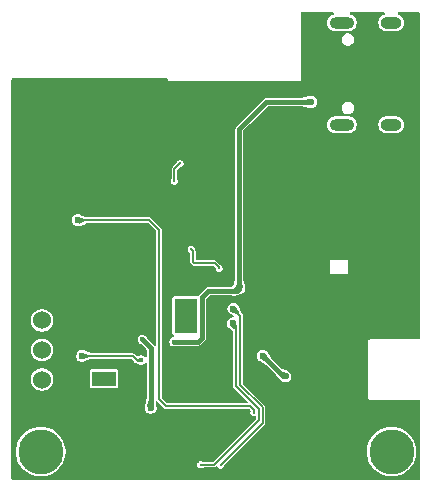
<source format=gbr>
%TF.GenerationSoftware,KiCad,Pcbnew,9.0.0*%
%TF.CreationDate,2025-03-07T19:36:38+09:00*%
%TF.ProjectId,hotdoggu_smolSlimeVR,686f7464-6f67-4677-955f-736d6f6c536c,rev?*%
%TF.SameCoordinates,Original*%
%TF.FileFunction,Copper,L2,Bot*%
%TF.FilePolarity,Positive*%
%FSLAX46Y46*%
G04 Gerber Fmt 4.6, Leading zero omitted, Abs format (unit mm)*
G04 Created by KiCad (PCBNEW 9.0.0) date 2025-03-07 19:36:38*
%MOMM*%
%LPD*%
G01*
G04 APERTURE LIST*
%TA.AperFunction,HeatsinkPad*%
%ADD10O,1.800000X1.000000*%
%TD*%
%TA.AperFunction,HeatsinkPad*%
%ADD11O,2.100000X1.000000*%
%TD*%
%TA.AperFunction,ConnectorPad*%
%ADD12C,3.800000*%
%TD*%
%TA.AperFunction,ComponentPad*%
%ADD13C,2.600000*%
%TD*%
%TA.AperFunction,ComponentPad*%
%ADD14C,1.524000*%
%TD*%
%TA.AperFunction,HeatsinkPad*%
%ADD15C,0.500000*%
%TD*%
%TA.AperFunction,HeatsinkPad*%
%ADD16R,2.000000X1.200000*%
%TD*%
%TA.AperFunction,HeatsinkPad*%
%ADD17R,1.900000X2.900000*%
%TD*%
%TA.AperFunction,ViaPad*%
%ADD18C,0.200000*%
%TD*%
%TA.AperFunction,ViaPad*%
%ADD19C,0.400000*%
%TD*%
%TA.AperFunction,ViaPad*%
%ADD20C,0.600000*%
%TD*%
%TA.AperFunction,Conductor*%
%ADD21C,0.200000*%
%TD*%
%TA.AperFunction,Conductor*%
%ADD22C,0.400000*%
%TD*%
G04 APERTURE END LIST*
D10*
%TO.P,J1,S1,SHIELD*%
%TO.N,GND*%
X180475000Y-65980000D03*
D11*
X176295000Y-65980000D03*
D10*
X180475000Y-74620000D03*
D11*
X176295000Y-74620000D03*
%TD*%
D12*
%TO.P,H1,1*%
%TO.N,N/C*%
X150800000Y-102300000D03*
D13*
X150800000Y-102300000D03*
%TD*%
D14*
%TO.P,SW1,3,C*%
%TO.N,Net-(D6-A)*%
X150900000Y-96200000D03*
%TO.P,SW1,2,B*%
%TO.N,/BAT+*%
X150900000Y-93700000D03*
%TO.P,SW1,1,A*%
%TO.N,unconnected-(SW1-A-Pad1)*%
X150900000Y-91200000D03*
%TD*%
D15*
%TO.P,U2,11,GND*%
%TO.N,GND*%
X156905000Y-95785000D03*
X156155000Y-95785000D03*
X155405000Y-95785000D03*
D16*
X156155000Y-96135000D03*
D15*
X156905000Y-96485000D03*
X156155000Y-96485000D03*
X155405000Y-96485000D03*
%TD*%
%TO.P,U3,9,EPAD*%
%TO.N,GND*%
X163800000Y-92000000D03*
X163800000Y-90800000D03*
X163800000Y-89600000D03*
D17*
X163100000Y-90800000D03*
D15*
X162400000Y-92000000D03*
X162400000Y-90800000D03*
X162400000Y-89600000D03*
%TD*%
D12*
%TO.P,H3,1*%
%TO.N,N/C*%
X180500000Y-102300000D03*
D13*
X180500000Y-102300000D03*
%TD*%
D18*
%TO.N,/USB_D+*%
X162100000Y-79400000D03*
X162600000Y-77900000D03*
%TO.N,+3V3*%
X174300000Y-77300000D03*
%TO.N,Net-(U4-OC)*%
X165900000Y-86775000D03*
X163545724Y-85173622D03*
D19*
%TO.N,/VUSB*%
X162100000Y-93000000D03*
X159400000Y-92800000D03*
%TO.N,Net-(D6-A)*%
X159300000Y-94550000D03*
%TO.N,+3V3*%
X157800000Y-93300000D03*
D18*
%TO.N,Net-(LED3-K)*%
X164350000Y-103412500D03*
%TO.N,Net-(LED2-K)*%
X166031250Y-103431250D03*
%TO.N,+3V3*%
X167150000Y-99012500D03*
%TO.N,Net-(U1-GPIO10)*%
X168850000Y-99000000D03*
D20*
%TO.N,Net-(D5-K)*%
X171525000Y-95925000D03*
X169600000Y-94200000D03*
%TO.N,+3V3*%
X173450000Y-86250000D03*
%TO.N,Net-(U1-GPIO10)*%
X153950000Y-82700000D03*
%TO.N,Net-(LED3-K)*%
X167065000Y-91435000D03*
%TO.N,Net-(LED2-K)*%
X167100000Y-90200000D03*
%TO.N,/VUSB*%
X160100000Y-98600000D03*
X167600000Y-88500000D03*
X173700000Y-72700000D03*
%TO.N,+3V3*%
X174650000Y-88550000D03*
X150100000Y-73600000D03*
X173570000Y-82550000D03*
X178150000Y-87150000D03*
%TO.N,Net-(D6-A)*%
X154300000Y-94200000D03*
%TD*%
D21*
%TO.N,Net-(LED2-K)*%
X169583000Y-99879500D02*
X166050000Y-103412500D01*
X167100000Y-90200000D02*
X167701000Y-90801000D01*
X167701000Y-90801000D02*
X167701000Y-96673276D01*
X167701000Y-96673276D02*
X169583000Y-98555276D01*
X169583000Y-98555276D02*
X169583000Y-99879500D01*
D22*
%TO.N,/VUSB*%
X169900000Y-72700000D02*
X167600000Y-75000000D01*
X173700000Y-72700000D02*
X169900000Y-72700000D01*
X167600000Y-75000000D02*
X167600000Y-88500000D01*
D21*
%TO.N,Net-(U4-OC)*%
X163700000Y-85327898D02*
X163545724Y-85173622D01*
X163700000Y-86227898D02*
X163700000Y-85327898D01*
X163800000Y-86327898D02*
X163700000Y-86227898D01*
X165900000Y-86775000D02*
X165900000Y-86700000D01*
X165900000Y-86700000D02*
X165527898Y-86327898D01*
X165527898Y-86327898D02*
X163800000Y-86327898D01*
D22*
%TO.N,/VUSB*%
X164102000Y-93000000D02*
X162100000Y-93000000D01*
X164451000Y-89249000D02*
X164451000Y-92651000D01*
X165000000Y-88700000D02*
X164451000Y-89249000D01*
X167400000Y-88700000D02*
X165000000Y-88700000D01*
X164451000Y-92651000D02*
X164102000Y-93000000D01*
D21*
%TO.N,Net-(D6-A)*%
X158950000Y-94550000D02*
X159300000Y-94550000D01*
X158600000Y-94200000D02*
X158950000Y-94550000D01*
X154300000Y-94200000D02*
X158600000Y-94200000D01*
D22*
%TO.N,/VUSB*%
X160100000Y-98600000D02*
X160100000Y-93500000D01*
X160100000Y-93500000D02*
X159400000Y-92800000D01*
%TO.N,Net-(D5-K)*%
X171325000Y-95925000D02*
X169600000Y-94200000D01*
X171525000Y-95925000D02*
X171325000Y-95925000D01*
D21*
%TO.N,/USB_D+*%
X162100000Y-78400000D02*
X162100000Y-79400000D01*
X162600000Y-77900000D02*
X162100000Y-78400000D01*
%TO.N,Net-(LED3-K)*%
X169255000Y-99595000D02*
X165437500Y-103412500D01*
X167065000Y-91435000D02*
X167300000Y-91670000D01*
X169255000Y-98691138D02*
X169255000Y-99595000D01*
X167300000Y-91670000D02*
X167300000Y-96736138D01*
X167300000Y-96736138D02*
X169255000Y-98691138D01*
X165437500Y-103412500D02*
X164350000Y-103412500D01*
%TO.N,Net-(U1-GPIO10)*%
X160800000Y-97850000D02*
X161400000Y-98450000D01*
X168850000Y-98750000D02*
X168850000Y-99000000D01*
X160000000Y-82700000D02*
X160800000Y-83500000D01*
X160800000Y-83500000D02*
X160800000Y-97850000D01*
X153950000Y-82700000D02*
X160000000Y-82700000D01*
X168550000Y-98450000D02*
X168850000Y-98750000D01*
X161400000Y-98450000D02*
X168550000Y-98450000D01*
%TD*%
%TA.AperFunction,Conductor*%
%TO.N,+3V3*%
G36*
X175538476Y-65106926D02*
G01*
X175596656Y-65125861D01*
X175632597Y-65175378D01*
X175632568Y-65236563D01*
X175596581Y-65286046D01*
X175557745Y-65303023D01*
X175540677Y-65306418D01*
X175540670Y-65306420D01*
X175413193Y-65359222D01*
X175413182Y-65359228D01*
X175298458Y-65435885D01*
X175200885Y-65533458D01*
X175124228Y-65648182D01*
X175124222Y-65648193D01*
X175071420Y-65775670D01*
X175071420Y-65775672D01*
X175044500Y-65911004D01*
X175044500Y-66048995D01*
X175071420Y-66184327D01*
X175071420Y-66184329D01*
X175124222Y-66311806D01*
X175124228Y-66311817D01*
X175200885Y-66426541D01*
X175298458Y-66524114D01*
X175413182Y-66600771D01*
X175413193Y-66600777D01*
X175460283Y-66620282D01*
X175540672Y-66653580D01*
X175676007Y-66680500D01*
X175676008Y-66680500D01*
X176913992Y-66680500D01*
X176913993Y-66680500D01*
X177049328Y-66653580D01*
X177176811Y-66600775D01*
X177291542Y-66524114D01*
X177389114Y-66426542D01*
X177465775Y-66311811D01*
X177518580Y-66184328D01*
X177545500Y-66048993D01*
X177545500Y-65911007D01*
X177518580Y-65775672D01*
X177465775Y-65648189D01*
X177465774Y-65648187D01*
X177465771Y-65648182D01*
X177389114Y-65533458D01*
X177291541Y-65435885D01*
X177176817Y-65359228D01*
X177176806Y-65359222D01*
X177049329Y-65306420D01*
X177049320Y-65306418D01*
X177035849Y-65303738D01*
X176982465Y-65273841D01*
X176956851Y-65218275D01*
X176968789Y-65158265D01*
X177013720Y-65116734D01*
X177055210Y-65107641D01*
X179858242Y-65108962D01*
X179916422Y-65127897D01*
X179952363Y-65177414D01*
X179952334Y-65238599D01*
X179916347Y-65288082D01*
X179877511Y-65305059D01*
X179870677Y-65306418D01*
X179870670Y-65306420D01*
X179743193Y-65359222D01*
X179743182Y-65359228D01*
X179628458Y-65435885D01*
X179530885Y-65533458D01*
X179454228Y-65648182D01*
X179454222Y-65648193D01*
X179401420Y-65775670D01*
X179401420Y-65775672D01*
X179374500Y-65911004D01*
X179374500Y-66048995D01*
X179401420Y-66184327D01*
X179401420Y-66184329D01*
X179454222Y-66311806D01*
X179454228Y-66311817D01*
X179530885Y-66426541D01*
X179628458Y-66524114D01*
X179743182Y-66600771D01*
X179743193Y-66600777D01*
X179790283Y-66620282D01*
X179870672Y-66653580D01*
X180006007Y-66680500D01*
X180006008Y-66680500D01*
X180943992Y-66680500D01*
X180943993Y-66680500D01*
X181079328Y-66653580D01*
X181206811Y-66600775D01*
X181321542Y-66524114D01*
X181419114Y-66426542D01*
X181495775Y-66311811D01*
X181548580Y-66184328D01*
X181575500Y-66048993D01*
X181575500Y-65911007D01*
X181548580Y-65775672D01*
X181495775Y-65648189D01*
X181495774Y-65648187D01*
X181495771Y-65648182D01*
X181419114Y-65533458D01*
X181321541Y-65435885D01*
X181206817Y-65359228D01*
X181206806Y-65359222D01*
X181079328Y-65306420D01*
X181079318Y-65306418D01*
X181075420Y-65305642D01*
X181022037Y-65275746D01*
X180996421Y-65220181D01*
X181008358Y-65160171D01*
X181053288Y-65118639D01*
X181094781Y-65109545D01*
X182820333Y-65110358D01*
X182878513Y-65129293D01*
X182914454Y-65178810D01*
X182919285Y-65209428D01*
X182899713Y-92700570D01*
X182880764Y-92758748D01*
X182831239Y-92794676D01*
X182800713Y-92799500D01*
X178660117Y-92799500D01*
X178586428Y-92830022D01*
X178530022Y-92886428D01*
X178499500Y-92960117D01*
X178499500Y-97739882D01*
X178530022Y-97813571D01*
X178530023Y-97813572D01*
X178530024Y-97813574D01*
X178586426Y-97869976D01*
X178586427Y-97869976D01*
X178586428Y-97869977D01*
X178660117Y-97900500D01*
X178660118Y-97900500D01*
X182801329Y-97900500D01*
X182859520Y-97919407D01*
X182895484Y-97968907D01*
X182900328Y-97999224D01*
X182917986Y-104364560D01*
X182918668Y-104610225D01*
X182899922Y-104668468D01*
X182850522Y-104704569D01*
X182819668Y-104709500D01*
X148419500Y-104709500D01*
X148361309Y-104690593D01*
X148325345Y-104641093D01*
X148320500Y-104610500D01*
X148320500Y-102162326D01*
X148699500Y-102162326D01*
X148699500Y-102437674D01*
X148735440Y-102710666D01*
X148774253Y-102855521D01*
X148806704Y-102976631D01*
X148912074Y-103231016D01*
X148912077Y-103231021D01*
X149039938Y-103452483D01*
X149049753Y-103469482D01*
X149133501Y-103578625D01*
X149217372Y-103687928D01*
X149412072Y-103882628D01*
X149630521Y-104050249D01*
X149868979Y-104187923D01*
X149868980Y-104187923D01*
X149868983Y-104187925D01*
X150123368Y-104293295D01*
X150389334Y-104364560D01*
X150662326Y-104400500D01*
X150662327Y-104400500D01*
X150937673Y-104400500D01*
X150937674Y-104400500D01*
X151210666Y-104364560D01*
X151476632Y-104293295D01*
X151731021Y-104187923D01*
X151969479Y-104050249D01*
X152187928Y-103882628D01*
X152382628Y-103687928D01*
X152550249Y-103469479D01*
X152687923Y-103231021D01*
X152793295Y-102976632D01*
X152864560Y-102710666D01*
X152900500Y-102437674D01*
X152900500Y-102162326D01*
X152864560Y-101889334D01*
X152793295Y-101623368D01*
X152687923Y-101368979D01*
X152550249Y-101130521D01*
X152382628Y-100912072D01*
X152187928Y-100717372D01*
X151969479Y-100549751D01*
X151731021Y-100412077D01*
X151731016Y-100412074D01*
X151476631Y-100306704D01*
X151355521Y-100274253D01*
X151210666Y-100235440D01*
X151210659Y-100235439D01*
X150937675Y-100199500D01*
X150937674Y-100199500D01*
X150662326Y-100199500D01*
X150662324Y-100199500D01*
X150389340Y-100235439D01*
X150389338Y-100235439D01*
X150389334Y-100235440D01*
X150288805Y-100262376D01*
X150123368Y-100306704D01*
X149868983Y-100412074D01*
X149630517Y-100549753D01*
X149412075Y-100717369D01*
X149217369Y-100912075D01*
X149049753Y-101130517D01*
X148912074Y-101368983D01*
X148806704Y-101623368D01*
X148762376Y-101788805D01*
X148735440Y-101889334D01*
X148699500Y-102162326D01*
X148320500Y-102162326D01*
X148320500Y-96105199D01*
X149937500Y-96105199D01*
X149937500Y-96294800D01*
X149974487Y-96480748D01*
X149974489Y-96480754D01*
X150047043Y-96655914D01*
X150047044Y-96655915D01*
X150152378Y-96813558D01*
X150286442Y-96947622D01*
X150444085Y-97052956D01*
X150619249Y-97125512D01*
X150805202Y-97162500D01*
X150805203Y-97162500D01*
X150994797Y-97162500D01*
X150994798Y-97162500D01*
X151180751Y-97125512D01*
X151355915Y-97052956D01*
X151513558Y-96947622D01*
X151647622Y-96813558D01*
X151752956Y-96655915D01*
X151825512Y-96480751D01*
X151862500Y-96294798D01*
X151862500Y-96105202D01*
X151825512Y-95919249D01*
X151752956Y-95744085D01*
X151647622Y-95586442D01*
X151576433Y-95515253D01*
X154954500Y-95515253D01*
X154954500Y-96754746D01*
X154954501Y-96754758D01*
X154966132Y-96813227D01*
X154966134Y-96813233D01*
X155010445Y-96879548D01*
X155010448Y-96879552D01*
X155076769Y-96923867D01*
X155121231Y-96932711D01*
X155135241Y-96935498D01*
X155135246Y-96935498D01*
X155135252Y-96935500D01*
X155135253Y-96935500D01*
X157174747Y-96935500D01*
X157174748Y-96935500D01*
X157233231Y-96923867D01*
X157299552Y-96879552D01*
X157343867Y-96813231D01*
X157355500Y-96754748D01*
X157355500Y-95515252D01*
X157343867Y-95456769D01*
X157299552Y-95390448D01*
X157299548Y-95390445D01*
X157233233Y-95346134D01*
X157233231Y-95346133D01*
X157233228Y-95346132D01*
X157233227Y-95346132D01*
X157174758Y-95334501D01*
X157174748Y-95334500D01*
X155135252Y-95334500D01*
X155135251Y-95334500D01*
X155135241Y-95334501D01*
X155076772Y-95346132D01*
X155076766Y-95346134D01*
X155010451Y-95390445D01*
X155010445Y-95390451D01*
X154966134Y-95456766D01*
X154966132Y-95456772D01*
X154954501Y-95515241D01*
X154954500Y-95515253D01*
X151576433Y-95515253D01*
X151513558Y-95452378D01*
X151355915Y-95347044D01*
X151355916Y-95347044D01*
X151355914Y-95347043D01*
X151180754Y-95274489D01*
X151180748Y-95274487D01*
X150994800Y-95237500D01*
X150994798Y-95237500D01*
X150805202Y-95237500D01*
X150805199Y-95237500D01*
X150619251Y-95274487D01*
X150619245Y-95274489D01*
X150444085Y-95347043D01*
X150286442Y-95452378D01*
X150286438Y-95452381D01*
X150152381Y-95586438D01*
X150152378Y-95586442D01*
X150047043Y-95744085D01*
X149974489Y-95919245D01*
X149974487Y-95919251D01*
X149937500Y-96105199D01*
X148320500Y-96105199D01*
X148320500Y-93605199D01*
X149937500Y-93605199D01*
X149937500Y-93794800D01*
X149974487Y-93980748D01*
X149974489Y-93980754D01*
X150047043Y-94155914D01*
X150049972Y-94160297D01*
X150152378Y-94313558D01*
X150286442Y-94447622D01*
X150444085Y-94552956D01*
X150619249Y-94625512D01*
X150805202Y-94662500D01*
X150805203Y-94662500D01*
X150994797Y-94662500D01*
X150994798Y-94662500D01*
X151180751Y-94625512D01*
X151355915Y-94552956D01*
X151513558Y-94447622D01*
X151647622Y-94313558D01*
X151752956Y-94155915D01*
X151825512Y-93980751D01*
X151862500Y-93794798D01*
X151862500Y-93605202D01*
X151825512Y-93419249D01*
X151752956Y-93244085D01*
X151647622Y-93086442D01*
X151513558Y-92952378D01*
X151408223Y-92881995D01*
X151355914Y-92847043D01*
X151180754Y-92774489D01*
X151180748Y-92774487D01*
X150994800Y-92737500D01*
X150994798Y-92737500D01*
X150805202Y-92737500D01*
X150805199Y-92737500D01*
X150619251Y-92774487D01*
X150619245Y-92774489D01*
X150444085Y-92847043D01*
X150286442Y-92952378D01*
X150286438Y-92952381D01*
X150152381Y-93086438D01*
X150152378Y-93086442D01*
X150047043Y-93244085D01*
X149974489Y-93419245D01*
X149974487Y-93419251D01*
X149937500Y-93605199D01*
X148320500Y-93605199D01*
X148320500Y-91105199D01*
X149937500Y-91105199D01*
X149937500Y-91294800D01*
X149974487Y-91480748D01*
X149974489Y-91480754D01*
X150047043Y-91655914D01*
X150047044Y-91655915D01*
X150152378Y-91813558D01*
X150286442Y-91947622D01*
X150444085Y-92052956D01*
X150619249Y-92125512D01*
X150805202Y-92162500D01*
X150805203Y-92162500D01*
X150994797Y-92162500D01*
X150994798Y-92162500D01*
X151180751Y-92125512D01*
X151355915Y-92052956D01*
X151513558Y-91947622D01*
X151647622Y-91813558D01*
X151752956Y-91655915D01*
X151825512Y-91480751D01*
X151862500Y-91294798D01*
X151862500Y-91105202D01*
X151825512Y-90919249D01*
X151752956Y-90744085D01*
X151647622Y-90586442D01*
X151513558Y-90452378D01*
X151355915Y-90347044D01*
X151355916Y-90347044D01*
X151355914Y-90347043D01*
X151180754Y-90274489D01*
X151180748Y-90274487D01*
X150994800Y-90237500D01*
X150994798Y-90237500D01*
X150805202Y-90237500D01*
X150805199Y-90237500D01*
X150619251Y-90274487D01*
X150619245Y-90274489D01*
X150444085Y-90347043D01*
X150286442Y-90452378D01*
X150286438Y-90452381D01*
X150152381Y-90586438D01*
X150152378Y-90586442D01*
X150047043Y-90744085D01*
X149974489Y-90919245D01*
X149974487Y-90919251D01*
X149937500Y-91105199D01*
X148320500Y-91105199D01*
X148320500Y-82634108D01*
X153449500Y-82634108D01*
X153449500Y-82765892D01*
X153479579Y-82878151D01*
X153483609Y-82893190D01*
X153549496Y-83007309D01*
X153549498Y-83007311D01*
X153549500Y-83007314D01*
X153642686Y-83100500D01*
X153642688Y-83100501D01*
X153642690Y-83100503D01*
X153756810Y-83166390D01*
X153756808Y-83166390D01*
X153756812Y-83166391D01*
X153756814Y-83166392D01*
X153884108Y-83200500D01*
X153884110Y-83200500D01*
X154015891Y-83200500D01*
X154015892Y-83200500D01*
X154069504Y-83186134D01*
X154091337Y-83182801D01*
X154117927Y-83173160D01*
X154143186Y-83166392D01*
X154146756Y-83164330D01*
X154162514Y-83156992D01*
X154606571Y-82995989D01*
X154646828Y-82976183D01*
X154651113Y-82973457D01*
X154667097Y-82961357D01*
X154683786Y-82948726D01*
X154685655Y-82951196D01*
X154727684Y-82928967D01*
X154744663Y-82927500D01*
X159864759Y-82927500D01*
X159922950Y-82946407D01*
X159934763Y-82956496D01*
X160543504Y-83565237D01*
X160571281Y-83619754D01*
X160572500Y-83635241D01*
X160572500Y-93293920D01*
X160553593Y-93352111D01*
X160504093Y-93388075D01*
X160442907Y-93388075D01*
X160393407Y-93352111D01*
X160387764Y-93343421D01*
X160362066Y-93298912D01*
X160362065Y-93298910D01*
X159815622Y-92752467D01*
X159790000Y-92708088D01*
X159773207Y-92645413D01*
X159767331Y-92635236D01*
X159720481Y-92554089D01*
X159720480Y-92554087D01*
X159645913Y-92479520D01*
X159639693Y-92475929D01*
X159554589Y-92426794D01*
X159554588Y-92426793D01*
X159554587Y-92426793D01*
X159452727Y-92399500D01*
X159347273Y-92399500D01*
X159245413Y-92426793D01*
X159245412Y-92426793D01*
X159245410Y-92426794D01*
X159245409Y-92426794D01*
X159154089Y-92479518D01*
X159079518Y-92554089D01*
X159026794Y-92645409D01*
X159026794Y-92645410D01*
X159026793Y-92645412D01*
X159026793Y-92645413D01*
X158999500Y-92747273D01*
X158999500Y-92852727D01*
X159026202Y-92952381D01*
X159026794Y-92954589D01*
X159026794Y-92954590D01*
X159079518Y-93045910D01*
X159079520Y-93045913D01*
X159154087Y-93120480D01*
X159239865Y-93170004D01*
X159245410Y-93173205D01*
X159245413Y-93173207D01*
X159308088Y-93190000D01*
X159352467Y-93215622D01*
X159743504Y-93606659D01*
X159771281Y-93661176D01*
X159772500Y-93676663D01*
X159772500Y-94217100D01*
X159753593Y-94275291D01*
X159704093Y-94311255D01*
X159642907Y-94311255D01*
X159603498Y-94287105D01*
X159545913Y-94229520D01*
X159454587Y-94176793D01*
X159352727Y-94149500D01*
X159247273Y-94149500D01*
X159230865Y-94153896D01*
X159213215Y-94158625D01*
X159200572Y-94161143D01*
X159182218Y-94163569D01*
X159018971Y-94219085D01*
X158957791Y-94219919D01*
X158917094Y-94195360D01*
X158728871Y-94007138D01*
X158728868Y-94007135D01*
X158645253Y-93972500D01*
X158645252Y-93972500D01*
X155093116Y-93972500D01*
X155034925Y-93953593D01*
X155026331Y-93946581D01*
X155025158Y-93945509D01*
X154956571Y-93904010D01*
X154956569Y-93904009D01*
X154512516Y-93743007D01*
X154504314Y-93740033D01*
X154493186Y-93733608D01*
X154467928Y-93726840D01*
X154463910Y-93725383D01*
X154441324Y-93717193D01*
X154426934Y-93712567D01*
X154425266Y-93712098D01*
X154421588Y-93711101D01*
X154421579Y-93711099D01*
X154418998Y-93711019D01*
X154396475Y-93707694D01*
X154365894Y-93699500D01*
X154365892Y-93699500D01*
X154234108Y-93699500D01*
X154168065Y-93717196D01*
X154106809Y-93733609D01*
X153992690Y-93799496D01*
X153899496Y-93892690D01*
X153833609Y-94006809D01*
X153833608Y-94006814D01*
X153799500Y-94134108D01*
X153799500Y-94265892D01*
X153829579Y-94378151D01*
X153833609Y-94393190D01*
X153899496Y-94507309D01*
X153899498Y-94507311D01*
X153899500Y-94507314D01*
X153992686Y-94600500D01*
X153992688Y-94600501D01*
X153992690Y-94600503D01*
X154106810Y-94666390D01*
X154106808Y-94666390D01*
X154106812Y-94666391D01*
X154106814Y-94666392D01*
X154234108Y-94700500D01*
X154234110Y-94700500D01*
X154365891Y-94700500D01*
X154365892Y-94700500D01*
X154419504Y-94686134D01*
X154441337Y-94682801D01*
X154467927Y-94673160D01*
X154493186Y-94666392D01*
X154496756Y-94664330D01*
X154512514Y-94656992D01*
X154956571Y-94495989D01*
X154996828Y-94476183D01*
X155001113Y-94473457D01*
X155017097Y-94461357D01*
X155033786Y-94448726D01*
X155035655Y-94451196D01*
X155077684Y-94428967D01*
X155094663Y-94427500D01*
X158464760Y-94427500D01*
X158472357Y-94429968D01*
X158480247Y-94428719D01*
X158500902Y-94439243D01*
X158522951Y-94446407D01*
X158534755Y-94456488D01*
X158625194Y-94546927D01*
X158652282Y-94597600D01*
X158662312Y-94647993D01*
X158665035Y-94661671D01*
X158715854Y-94737703D01*
X158715855Y-94737703D01*
X158715857Y-94737706D01*
X158722365Y-94743857D01*
X158790265Y-94786507D01*
X159139309Y-94919682D01*
X159145413Y-94923207D01*
X159155934Y-94926026D01*
X159174836Y-94933238D01*
X159190745Y-94938575D01*
X159192586Y-94939110D01*
X159197788Y-94940548D01*
X159200399Y-94940632D01*
X159222843Y-94943954D01*
X159247273Y-94950500D01*
X159247274Y-94950500D01*
X159352725Y-94950500D01*
X159352727Y-94950500D01*
X159454587Y-94923207D01*
X159545913Y-94870480D01*
X159603498Y-94812894D01*
X159658013Y-94785119D01*
X159718445Y-94794690D01*
X159761710Y-94837955D01*
X159772500Y-94882900D01*
X159772500Y-97813932D01*
X159753593Y-97872123D01*
X159743096Y-97884341D01*
X159729742Y-97897539D01*
X159724933Y-97905095D01*
X159695907Y-97979830D01*
X159695906Y-97979834D01*
X159605348Y-98494636D01*
X159605393Y-98497473D01*
X159602033Y-98524652D01*
X159599500Y-98534108D01*
X159599500Y-98665892D01*
X159610380Y-98706496D01*
X159633609Y-98793190D01*
X159699496Y-98907309D01*
X159699498Y-98907311D01*
X159699500Y-98907314D01*
X159792686Y-99000500D01*
X159792688Y-99000501D01*
X159792690Y-99000503D01*
X159906810Y-99066390D01*
X159906808Y-99066390D01*
X159906812Y-99066391D01*
X159906814Y-99066392D01*
X160034108Y-99100500D01*
X160034110Y-99100500D01*
X160165890Y-99100500D01*
X160165892Y-99100500D01*
X160293186Y-99066392D01*
X160293188Y-99066390D01*
X160293190Y-99066390D01*
X160407309Y-99000503D01*
X160407309Y-99000502D01*
X160407314Y-99000500D01*
X160500500Y-98907314D01*
X160547165Y-98826488D01*
X160566390Y-98793190D01*
X160566390Y-98793188D01*
X160566392Y-98793186D01*
X160600500Y-98665892D01*
X160600500Y-98534108D01*
X160597953Y-98524604D01*
X160594604Y-98496765D01*
X160594652Y-98494637D01*
X160536252Y-98162644D01*
X160544792Y-98102060D01*
X160587313Y-98058064D01*
X160647573Y-98047464D01*
X160702555Y-98074308D01*
X160703701Y-98075434D01*
X161207135Y-98578868D01*
X161207134Y-98578868D01*
X161271128Y-98642861D01*
X161271132Y-98642865D01*
X161354747Y-98677500D01*
X168414759Y-98677500D01*
X168422356Y-98679968D01*
X168430246Y-98678719D01*
X168450901Y-98689243D01*
X168472950Y-98696407D01*
X168484763Y-98706496D01*
X168550238Y-98771971D01*
X168578015Y-98826488D01*
X168571699Y-98879859D01*
X168569977Y-98884014D01*
X168549500Y-98960435D01*
X168549500Y-99039564D01*
X168569978Y-99115988D01*
X168569980Y-99115992D01*
X168609538Y-99184508D01*
X168609540Y-99184511D01*
X168665489Y-99240460D01*
X168665491Y-99240461D01*
X168734007Y-99280019D01*
X168734011Y-99280021D01*
X168810435Y-99300499D01*
X168810437Y-99300500D01*
X168810438Y-99300500D01*
X168889562Y-99300500D01*
X168902873Y-99296933D01*
X168930950Y-99298403D01*
X168959093Y-99298403D01*
X168961278Y-99299990D01*
X168963974Y-99300132D01*
X168985827Y-99317826D01*
X169008593Y-99334367D01*
X169009427Y-99336936D01*
X169011526Y-99338635D01*
X169027500Y-99392558D01*
X169027500Y-99459759D01*
X169008593Y-99517950D01*
X168998504Y-99529763D01*
X165372263Y-103156004D01*
X165317746Y-103183781D01*
X165302259Y-103185000D01*
X164583485Y-103185000D01*
X164533985Y-103171736D01*
X164465992Y-103132480D01*
X164465988Y-103132478D01*
X164389564Y-103112000D01*
X164389562Y-103112000D01*
X164310438Y-103112000D01*
X164310435Y-103112000D01*
X164234011Y-103132478D01*
X164234007Y-103132480D01*
X164165491Y-103172038D01*
X164109538Y-103227991D01*
X164069980Y-103296507D01*
X164069978Y-103296511D01*
X164049500Y-103372935D01*
X164049500Y-103452064D01*
X164069978Y-103528488D01*
X164069980Y-103528492D01*
X164109538Y-103597008D01*
X164109540Y-103597011D01*
X164165489Y-103652960D01*
X164165491Y-103652961D01*
X164234007Y-103692519D01*
X164234011Y-103692521D01*
X164310435Y-103712999D01*
X164310437Y-103713000D01*
X164310438Y-103713000D01*
X164389563Y-103713000D01*
X164389563Y-103712999D01*
X164465989Y-103692521D01*
X164502035Y-103671710D01*
X164533985Y-103653264D01*
X164583485Y-103640000D01*
X165482752Y-103640000D01*
X165482753Y-103640000D01*
X165566368Y-103605365D01*
X165613611Y-103558121D01*
X165668125Y-103530345D01*
X165728557Y-103539916D01*
X165769349Y-103578625D01*
X165784786Y-103605362D01*
X165790790Y-103615761D01*
X165846739Y-103671710D01*
X165846741Y-103671711D01*
X165915257Y-103711269D01*
X165915261Y-103711271D01*
X165991685Y-103731749D01*
X165991687Y-103731750D01*
X165991688Y-103731750D01*
X166070813Y-103731750D01*
X166070813Y-103731749D01*
X166147239Y-103711271D01*
X166215761Y-103671710D01*
X166271710Y-103615761D01*
X166311271Y-103547239D01*
X166331593Y-103471394D01*
X166357213Y-103427019D01*
X167621907Y-102162326D01*
X178399500Y-102162326D01*
X178399500Y-102437674D01*
X178435440Y-102710666D01*
X178474253Y-102855521D01*
X178506704Y-102976631D01*
X178612074Y-103231016D01*
X178612077Y-103231021D01*
X178739938Y-103452483D01*
X178749753Y-103469482D01*
X178833501Y-103578625D01*
X178917372Y-103687928D01*
X179112072Y-103882628D01*
X179330521Y-104050249D01*
X179568979Y-104187923D01*
X179568980Y-104187923D01*
X179568983Y-104187925D01*
X179823368Y-104293295D01*
X180089334Y-104364560D01*
X180362326Y-104400500D01*
X180362327Y-104400500D01*
X180637673Y-104400500D01*
X180637674Y-104400500D01*
X180910666Y-104364560D01*
X181176632Y-104293295D01*
X181431021Y-104187923D01*
X181669479Y-104050249D01*
X181887928Y-103882628D01*
X182082628Y-103687928D01*
X182250249Y-103469479D01*
X182387923Y-103231021D01*
X182493295Y-102976632D01*
X182564560Y-102710666D01*
X182600500Y-102437674D01*
X182600500Y-102162326D01*
X182564560Y-101889334D01*
X182493295Y-101623368D01*
X182387923Y-101368979D01*
X182250249Y-101130521D01*
X182082628Y-100912072D01*
X181887928Y-100717372D01*
X181669479Y-100549751D01*
X181431021Y-100412077D01*
X181431016Y-100412074D01*
X181176631Y-100306704D01*
X181055521Y-100274253D01*
X180910666Y-100235440D01*
X180910659Y-100235439D01*
X180637675Y-100199500D01*
X180637674Y-100199500D01*
X180362326Y-100199500D01*
X180362324Y-100199500D01*
X180089340Y-100235439D01*
X180089338Y-100235439D01*
X180089334Y-100235440D01*
X179988805Y-100262376D01*
X179823368Y-100306704D01*
X179568983Y-100412074D01*
X179330517Y-100549753D01*
X179112075Y-100717369D01*
X178917369Y-100912075D01*
X178749753Y-101130517D01*
X178612074Y-101368983D01*
X178506704Y-101623368D01*
X178462376Y-101788805D01*
X178435440Y-101889334D01*
X178399500Y-102162326D01*
X167621907Y-102162326D01*
X169775866Y-100008368D01*
X169783712Y-99989425D01*
X169810500Y-99924754D01*
X169810500Y-98510022D01*
X169804128Y-98494640D01*
X169804127Y-98494637D01*
X169775866Y-98426408D01*
X167957496Y-96608038D01*
X167929719Y-96553521D01*
X167928500Y-96538034D01*
X167928500Y-94134108D01*
X169099500Y-94134108D01*
X169099500Y-94265892D01*
X169129579Y-94378151D01*
X169133609Y-94393190D01*
X169199496Y-94507309D01*
X169199498Y-94507311D01*
X169199500Y-94507314D01*
X169292686Y-94600500D01*
X169301205Y-94605418D01*
X169323248Y-94622725D01*
X169324730Y-94624274D01*
X169378091Y-94661670D01*
X169752784Y-94924260D01*
X169752790Y-94924263D01*
X169808876Y-94951944D01*
X169808877Y-94951944D01*
X169808880Y-94951946D01*
X169815595Y-94954065D01*
X169865919Y-94963268D01*
X169874443Y-94964827D01*
X169873873Y-94967939D01*
X169917748Y-94982495D01*
X169929068Y-94992223D01*
X170660376Y-95723531D01*
X170686430Y-95769580D01*
X170709874Y-95863591D01*
X170709876Y-95863597D01*
X170713916Y-95871576D01*
X170713917Y-95871577D01*
X170713919Y-95871580D01*
X170713921Y-95871583D01*
X170763417Y-95934681D01*
X171210929Y-96318743D01*
X171217686Y-96325500D01*
X171222517Y-96328289D01*
X171223895Y-96329403D01*
X171224983Y-96330231D01*
X171225322Y-96330489D01*
X171225796Y-96330703D01*
X171225870Y-96330763D01*
X171234209Y-96335039D01*
X171331814Y-96391392D01*
X171459108Y-96425500D01*
X171459110Y-96425500D01*
X171590890Y-96425500D01*
X171590892Y-96425500D01*
X171718186Y-96391392D01*
X171718188Y-96391390D01*
X171718190Y-96391390D01*
X171832309Y-96325503D01*
X171832309Y-96325502D01*
X171832314Y-96325500D01*
X171925500Y-96232314D01*
X171991392Y-96118186D01*
X172025500Y-95990892D01*
X172025500Y-95859108D01*
X171991392Y-95731814D01*
X171991390Y-95731811D01*
X171991390Y-95731809D01*
X171925503Y-95617690D01*
X171925501Y-95617688D01*
X171925500Y-95617686D01*
X171832314Y-95524500D01*
X171832311Y-95524498D01*
X171832309Y-95524496D01*
X171718189Y-95458609D01*
X171718185Y-95458607D01*
X171668938Y-95445411D01*
X171644531Y-95435213D01*
X171641195Y-95433259D01*
X171244700Y-95295888D01*
X171211545Y-95287419D01*
X171211529Y-95287415D01*
X171211526Y-95287415D01*
X171211519Y-95287413D01*
X171211510Y-95287412D01*
X171207703Y-95286771D01*
X171207696Y-95286770D01*
X171178245Y-95283476D01*
X171178587Y-95280415D01*
X171132336Y-95266795D01*
X171118276Y-95255121D01*
X170387409Y-94524254D01*
X170359632Y-94469737D01*
X170358415Y-94453672D01*
X170358524Y-94434903D01*
X170358523Y-94434902D01*
X170358524Y-94434899D01*
X170356582Y-94426157D01*
X170324260Y-94352784D01*
X170191656Y-94163570D01*
X170024275Y-93924731D01*
X170024273Y-93924729D01*
X170022239Y-93922759D01*
X170005391Y-93901158D01*
X170000500Y-93892686D01*
X169907314Y-93799500D01*
X169907311Y-93799498D01*
X169907309Y-93799496D01*
X169793189Y-93733609D01*
X169793191Y-93733609D01*
X169731935Y-93717196D01*
X169665892Y-93699500D01*
X169534108Y-93699500D01*
X169468065Y-93717196D01*
X169406809Y-93733609D01*
X169292690Y-93799496D01*
X169199496Y-93892690D01*
X169133609Y-94006809D01*
X169133608Y-94006814D01*
X169099500Y-94134108D01*
X167928500Y-94134108D01*
X167928500Y-90755747D01*
X167923669Y-90744085D01*
X167893865Y-90672132D01*
X167863065Y-90641332D01*
X167829868Y-90608134D01*
X167829868Y-90608135D01*
X167821681Y-90599948D01*
X167793904Y-90545431D01*
X167792784Y-90534368D01*
X167792716Y-90532844D01*
X167773561Y-90454969D01*
X167685109Y-90265892D01*
X167573414Y-90027128D01*
X167573414Y-90027127D01*
X167569717Y-90019225D01*
X167566392Y-90006814D01*
X167553314Y-89984163D01*
X167541332Y-89958549D01*
X167534321Y-89944911D01*
X167533472Y-89943401D01*
X167531693Y-89940300D01*
X167529924Y-89938416D01*
X167516351Y-89920141D01*
X167500501Y-89892688D01*
X167500500Y-89892686D01*
X167407314Y-89799500D01*
X167407311Y-89799498D01*
X167407309Y-89799496D01*
X167293189Y-89733609D01*
X167293191Y-89733609D01*
X167243799Y-89720375D01*
X167165892Y-89699500D01*
X167034108Y-89699500D01*
X166956200Y-89720375D01*
X166906809Y-89733609D01*
X166792690Y-89799496D01*
X166699496Y-89892690D01*
X166633609Y-90006809D01*
X166628165Y-90027127D01*
X166599500Y-90134108D01*
X166599500Y-90265892D01*
X166629579Y-90378151D01*
X166633609Y-90393190D01*
X166699496Y-90507309D01*
X166699498Y-90507311D01*
X166699500Y-90507314D01*
X166792686Y-90600500D01*
X166808646Y-90609714D01*
X166836038Y-90625530D01*
X166840775Y-90628265D01*
X166858549Y-90641332D01*
X166884162Y-90653314D01*
X166898541Y-90661615D01*
X166906810Y-90666390D01*
X166906814Y-90666392D01*
X166910807Y-90667461D01*
X166927125Y-90673411D01*
X167078198Y-90744085D01*
X167081922Y-90745827D01*
X167126619Y-90787611D01*
X167138219Y-90847686D01*
X167112293Y-90903107D01*
X167058742Y-90932704D01*
X167039972Y-90934500D01*
X166999108Y-90934500D01*
X166921200Y-90955375D01*
X166871809Y-90968609D01*
X166757690Y-91034496D01*
X166664496Y-91127690D01*
X166598609Y-91241809D01*
X166579539Y-91312978D01*
X166564500Y-91369108D01*
X166564500Y-91500892D01*
X166594579Y-91613151D01*
X166598609Y-91628190D01*
X166664496Y-91742309D01*
X166664498Y-91742311D01*
X166664500Y-91742314D01*
X166757686Y-91835500D01*
X166757688Y-91835501D01*
X166757692Y-91835505D01*
X166762832Y-91839449D01*
X166762656Y-91839677D01*
X166772316Y-91847087D01*
X166772424Y-91846956D01*
X166776184Y-91850040D01*
X167036286Y-92063396D01*
X167069286Y-92114918D01*
X167072500Y-92139938D01*
X167072500Y-96690885D01*
X167072500Y-96781391D01*
X167107135Y-96865006D01*
X168026891Y-97784763D01*
X168295624Y-98053496D01*
X168323401Y-98108013D01*
X168313830Y-98168445D01*
X168270565Y-98211710D01*
X168225620Y-98222500D01*
X161535241Y-98222500D01*
X161477050Y-98203593D01*
X161465237Y-98193504D01*
X161056496Y-97784763D01*
X161028719Y-97730246D01*
X161027500Y-97714759D01*
X161027500Y-92947273D01*
X161699500Y-92947273D01*
X161699500Y-93052727D01*
X161726793Y-93154587D01*
X161726794Y-93154589D01*
X161726794Y-93154590D01*
X161779518Y-93245910D01*
X161779520Y-93245913D01*
X161854087Y-93320480D01*
X161945413Y-93373207D01*
X162047273Y-93400500D01*
X162047275Y-93400500D01*
X162152725Y-93400500D01*
X162152727Y-93400500D01*
X162254587Y-93373207D01*
X162310782Y-93340762D01*
X162360281Y-93327500D01*
X164145117Y-93327500D01*
X164145117Y-93327499D01*
X164228406Y-93305182D01*
X164228407Y-93305182D01*
X164228407Y-93305181D01*
X164228410Y-93305181D01*
X164303090Y-93262065D01*
X164713065Y-92852090D01*
X164756181Y-92777410D01*
X164778500Y-92694116D01*
X164778500Y-92607884D01*
X164778500Y-89425663D01*
X164797407Y-89367472D01*
X164807496Y-89355659D01*
X165106659Y-89056496D01*
X165161176Y-89028719D01*
X165176663Y-89027500D01*
X166891538Y-89027500D01*
X166949729Y-89046407D01*
X166961296Y-89056718D01*
X166963030Y-89057986D01*
X166963032Y-89057986D01*
X166963033Y-89057988D01*
X167045968Y-89096538D01*
X167054725Y-89098411D01*
X167131547Y-89099512D01*
X167134901Y-89099561D01*
X167134901Y-89099560D01*
X167134904Y-89099561D01*
X167684216Y-88998458D01*
X167699698Y-88992202D01*
X167711139Y-88988375D01*
X167793186Y-88966392D01*
X167907314Y-88900500D01*
X168000500Y-88807314D01*
X168066392Y-88693186D01*
X168100500Y-88565892D01*
X168100500Y-88434108D01*
X168097953Y-88424604D01*
X168094604Y-88396765D01*
X168094652Y-88394637D01*
X168004095Y-87879835D01*
X167984000Y-87820581D01*
X167980750Y-87814335D01*
X167951684Y-87772260D01*
X167951683Y-87772259D01*
X167946760Y-87765132D01*
X167949358Y-87763337D01*
X167928622Y-87721990D01*
X167927500Y-87707127D01*
X167927500Y-87250000D01*
X175250000Y-87250000D01*
X175250001Y-87250000D01*
X176849999Y-87250000D01*
X176850000Y-87250000D01*
X176850000Y-86050000D01*
X175250000Y-86050000D01*
X175250000Y-87250000D01*
X167927500Y-87250000D01*
X167927500Y-75176663D01*
X167946407Y-75118472D01*
X167956496Y-75106659D01*
X168512151Y-74551004D01*
X175044500Y-74551004D01*
X175044500Y-74688995D01*
X175071420Y-74824327D01*
X175071420Y-74824329D01*
X175124222Y-74951806D01*
X175124228Y-74951817D01*
X175200885Y-75066541D01*
X175298458Y-75164114D01*
X175413182Y-75240771D01*
X175413193Y-75240777D01*
X175460283Y-75260282D01*
X175540672Y-75293580D01*
X175676007Y-75320500D01*
X175676008Y-75320500D01*
X176913992Y-75320500D01*
X176913993Y-75320500D01*
X177049328Y-75293580D01*
X177176811Y-75240775D01*
X177291542Y-75164114D01*
X177389114Y-75066542D01*
X177465775Y-74951811D01*
X177518580Y-74824328D01*
X177545500Y-74688993D01*
X177545500Y-74551007D01*
X177545499Y-74551004D01*
X179374500Y-74551004D01*
X179374500Y-74688995D01*
X179401420Y-74824327D01*
X179401420Y-74824329D01*
X179454222Y-74951806D01*
X179454228Y-74951817D01*
X179530885Y-75066541D01*
X179628458Y-75164114D01*
X179743182Y-75240771D01*
X179743193Y-75240777D01*
X179790283Y-75260282D01*
X179870672Y-75293580D01*
X180006007Y-75320500D01*
X180006008Y-75320500D01*
X180943992Y-75320500D01*
X180943993Y-75320500D01*
X181079328Y-75293580D01*
X181206811Y-75240775D01*
X181321542Y-75164114D01*
X181419114Y-75066542D01*
X181495775Y-74951811D01*
X181548580Y-74824328D01*
X181575500Y-74688993D01*
X181575500Y-74551007D01*
X181548580Y-74415672D01*
X181495775Y-74288189D01*
X181495774Y-74288187D01*
X181495771Y-74288182D01*
X181419114Y-74173458D01*
X181321541Y-74075885D01*
X181206817Y-73999228D01*
X181206806Y-73999222D01*
X181079328Y-73946420D01*
X180943995Y-73919500D01*
X180943993Y-73919500D01*
X180006007Y-73919500D01*
X180006004Y-73919500D01*
X179870672Y-73946420D01*
X179870670Y-73946420D01*
X179743193Y-73999222D01*
X179743182Y-73999228D01*
X179628458Y-74075885D01*
X179530885Y-74173458D01*
X179454228Y-74288182D01*
X179454222Y-74288193D01*
X179401420Y-74415670D01*
X179401420Y-74415672D01*
X179374500Y-74551004D01*
X177545499Y-74551004D01*
X177518580Y-74415672D01*
X177465775Y-74288189D01*
X177465774Y-74288187D01*
X177465771Y-74288182D01*
X177389114Y-74173458D01*
X177291541Y-74075885D01*
X177176817Y-73999228D01*
X177176806Y-73999222D01*
X177049328Y-73946420D01*
X176913995Y-73919500D01*
X176913993Y-73919500D01*
X175676007Y-73919500D01*
X175676004Y-73919500D01*
X175540672Y-73946420D01*
X175540670Y-73946420D01*
X175413193Y-73999222D01*
X175413182Y-73999228D01*
X175298458Y-74075885D01*
X175200885Y-74173458D01*
X175124228Y-74288182D01*
X175124222Y-74288193D01*
X175071420Y-74415670D01*
X175071420Y-74415672D01*
X175044500Y-74551004D01*
X168512151Y-74551004D01*
X170006659Y-73056496D01*
X170061176Y-73028719D01*
X170076663Y-73027500D01*
X172913933Y-73027500D01*
X172972124Y-73046407D01*
X172984342Y-73056904D01*
X172997539Y-73070256D01*
X173005095Y-73075065D01*
X173048297Y-73091844D01*
X173079834Y-73104093D01*
X173594636Y-73194651D01*
X173597452Y-73194606D01*
X173624658Y-73197968D01*
X173634106Y-73200500D01*
X173634108Y-73200500D01*
X173765890Y-73200500D01*
X173765892Y-73200500D01*
X173893186Y-73166392D01*
X173893188Y-73166390D01*
X173893190Y-73166390D01*
X173972124Y-73120817D01*
X176269500Y-73120817D01*
X176269500Y-73259183D01*
X176305312Y-73392836D01*
X176374495Y-73512665D01*
X176472335Y-73610505D01*
X176592164Y-73679688D01*
X176725817Y-73715500D01*
X176725819Y-73715500D01*
X176864181Y-73715500D01*
X176864183Y-73715500D01*
X176997836Y-73679688D01*
X177117665Y-73610505D01*
X177215505Y-73512665D01*
X177284688Y-73392836D01*
X177320500Y-73259183D01*
X177320500Y-73120817D01*
X177284688Y-72987164D01*
X177215505Y-72867335D01*
X177117665Y-72769495D01*
X176997836Y-72700312D01*
X176864183Y-72664500D01*
X176725817Y-72664500D01*
X176592164Y-72700312D01*
X176472335Y-72769495D01*
X176374495Y-72867335D01*
X176305312Y-72987164D01*
X176269500Y-73120817D01*
X173972124Y-73120817D01*
X174007309Y-73100503D01*
X174007309Y-73100502D01*
X174007314Y-73100500D01*
X174100500Y-73007314D01*
X174166392Y-72893186D01*
X174200500Y-72765892D01*
X174200500Y-72634108D01*
X174166392Y-72506814D01*
X174166390Y-72506811D01*
X174166390Y-72506809D01*
X174100503Y-72392690D01*
X174100501Y-72392688D01*
X174100500Y-72392686D01*
X174007314Y-72299500D01*
X174007311Y-72299498D01*
X174007309Y-72299496D01*
X173893189Y-72233609D01*
X173893191Y-72233609D01*
X173843799Y-72220375D01*
X173765892Y-72199500D01*
X173634108Y-72199500D01*
X173634103Y-72199500D01*
X173624598Y-72202047D01*
X173596792Y-72205395D01*
X173594642Y-72205347D01*
X173594634Y-72205348D01*
X173079834Y-72295905D01*
X173079828Y-72295907D01*
X173020552Y-72316012D01*
X173014319Y-72319257D01*
X173014305Y-72319266D01*
X172965135Y-72353239D01*
X172963339Y-72350639D01*
X172921988Y-72371378D01*
X172907126Y-72372500D01*
X169856881Y-72372500D01*
X169773593Y-72394817D01*
X169773592Y-72394817D01*
X169698910Y-72437935D01*
X167398910Y-74737935D01*
X167398909Y-74737934D01*
X167337937Y-74798907D01*
X167294817Y-74873592D01*
X167294817Y-74873593D01*
X167272500Y-74956881D01*
X167272500Y-87713932D01*
X167253593Y-87772123D01*
X167243096Y-87784341D01*
X167229742Y-87797539D01*
X167224933Y-87805095D01*
X167195907Y-87879830D01*
X167195906Y-87879834D01*
X167145043Y-88168975D01*
X167116340Y-88223010D01*
X167105059Y-88232399D01*
X166969402Y-88329237D01*
X166969390Y-88329245D01*
X166969389Y-88329247D01*
X166955865Y-88339779D01*
X166954397Y-88341024D01*
X166954370Y-88341047D01*
X166946197Y-88348164D01*
X166889895Y-88372116D01*
X166881187Y-88372500D01*
X164956881Y-88372500D01*
X164873593Y-88394817D01*
X164873592Y-88394817D01*
X164798910Y-88437935D01*
X164249910Y-88986935D01*
X164249909Y-88986934D01*
X164188937Y-89047907D01*
X164188935Y-89047909D01*
X164188935Y-89047910D01*
X164158860Y-89100001D01*
X164113392Y-89140941D01*
X164073125Y-89149500D01*
X164069748Y-89149500D01*
X162130252Y-89149500D01*
X162130251Y-89149500D01*
X162130241Y-89149501D01*
X162071772Y-89161132D01*
X162071766Y-89161134D01*
X162005451Y-89205445D01*
X162005445Y-89205451D01*
X161961134Y-89271766D01*
X161961132Y-89271772D01*
X161949501Y-89330241D01*
X161949500Y-89330253D01*
X161949500Y-92269746D01*
X161949501Y-92269758D01*
X161961132Y-92328227D01*
X161961133Y-92328231D01*
X162005448Y-92394552D01*
X162053701Y-92426794D01*
X162054677Y-92427446D01*
X162092556Y-92475496D01*
X162094958Y-92536634D01*
X162060965Y-92587508D01*
X162025298Y-92605388D01*
X161945411Y-92626793D01*
X161945409Y-92626794D01*
X161854089Y-92679518D01*
X161779518Y-92754089D01*
X161726794Y-92845409D01*
X161726794Y-92845410D01*
X161726793Y-92845412D01*
X161726793Y-92845413D01*
X161699500Y-92947273D01*
X161027500Y-92947273D01*
X161027500Y-85134057D01*
X163245224Y-85134057D01*
X163245224Y-85213186D01*
X163265702Y-85289610D01*
X163265704Y-85289614D01*
X163305262Y-85358130D01*
X163305264Y-85358133D01*
X163361213Y-85414082D01*
X163423000Y-85449755D01*
X163463941Y-85495222D01*
X163472500Y-85535490D01*
X163472500Y-86182645D01*
X163472500Y-86273151D01*
X163507135Y-86356766D01*
X163507138Y-86356769D01*
X163607134Y-86456766D01*
X163646336Y-86495967D01*
X163671132Y-86520763D01*
X163754747Y-86555398D01*
X165392658Y-86555398D01*
X165400255Y-86557866D01*
X165408145Y-86556617D01*
X165428800Y-86567141D01*
X165450849Y-86574305D01*
X165462653Y-86584387D01*
X165570505Y-86692239D01*
X165598281Y-86746753D01*
X165599500Y-86762240D01*
X165599500Y-86814564D01*
X165619978Y-86890988D01*
X165619980Y-86890992D01*
X165659538Y-86959508D01*
X165659540Y-86959511D01*
X165715489Y-87015460D01*
X165715491Y-87015461D01*
X165784007Y-87055019D01*
X165784011Y-87055021D01*
X165860435Y-87075499D01*
X165860437Y-87075500D01*
X165860438Y-87075500D01*
X165939563Y-87075500D01*
X165939563Y-87075499D01*
X166015989Y-87055021D01*
X166084511Y-87015460D01*
X166140460Y-86959511D01*
X166180021Y-86890989D01*
X166200500Y-86814562D01*
X166200500Y-86735438D01*
X166180021Y-86659011D01*
X166140460Y-86590489D01*
X166084511Y-86534540D01*
X166028984Y-86502481D01*
X166008486Y-86486752D01*
X165656769Y-86135036D01*
X165656766Y-86135033D01*
X165573151Y-86100398D01*
X165573150Y-86100398D01*
X164026500Y-86100398D01*
X163968309Y-86081491D01*
X163932345Y-86031991D01*
X163927500Y-86001398D01*
X163927500Y-85282645D01*
X163892865Y-85199030D01*
X163871687Y-85177852D01*
X163846067Y-85133477D01*
X163825745Y-85057633D01*
X163825743Y-85057629D01*
X163825743Y-85057628D01*
X163786185Y-84989113D01*
X163786184Y-84989111D01*
X163730235Y-84933162D01*
X163730232Y-84933160D01*
X163661716Y-84893602D01*
X163661712Y-84893600D01*
X163585288Y-84873122D01*
X163585286Y-84873122D01*
X163506162Y-84873122D01*
X163506159Y-84873122D01*
X163429735Y-84893600D01*
X163429731Y-84893602D01*
X163361215Y-84933160D01*
X163305262Y-84989113D01*
X163265704Y-85057629D01*
X163265702Y-85057633D01*
X163245224Y-85134057D01*
X161027500Y-85134057D01*
X161027500Y-83454745D01*
X160992867Y-83371134D01*
X160992866Y-83371133D01*
X160992866Y-83371132D01*
X160128868Y-82507135D01*
X160045253Y-82472500D01*
X160045252Y-82472500D01*
X154743116Y-82472500D01*
X154684925Y-82453593D01*
X154676331Y-82446581D01*
X154675158Y-82445509D01*
X154606571Y-82404010D01*
X154606569Y-82404009D01*
X154162516Y-82243007D01*
X154154314Y-82240033D01*
X154143186Y-82233608D01*
X154117928Y-82226840D01*
X154113910Y-82225383D01*
X154091324Y-82217193D01*
X154076934Y-82212567D01*
X154075266Y-82212098D01*
X154071588Y-82211101D01*
X154071579Y-82211099D01*
X154068998Y-82211019D01*
X154046475Y-82207694D01*
X154015894Y-82199500D01*
X154015892Y-82199500D01*
X153884108Y-82199500D01*
X153818065Y-82217196D01*
X153756809Y-82233609D01*
X153642690Y-82299496D01*
X153549496Y-82392690D01*
X153483609Y-82506809D01*
X153464539Y-82577978D01*
X153449500Y-82634108D01*
X148320500Y-82634108D01*
X148320500Y-79360435D01*
X161799500Y-79360435D01*
X161799500Y-79439564D01*
X161819978Y-79515988D01*
X161819980Y-79515992D01*
X161859538Y-79584508D01*
X161859540Y-79584511D01*
X161915489Y-79640460D01*
X161915491Y-79640461D01*
X161984007Y-79680019D01*
X161984011Y-79680021D01*
X162060435Y-79700499D01*
X162060437Y-79700500D01*
X162060438Y-79700500D01*
X162139563Y-79700500D01*
X162139563Y-79700499D01*
X162215989Y-79680021D01*
X162284511Y-79640460D01*
X162340460Y-79584511D01*
X162380021Y-79515989D01*
X162400500Y-79439562D01*
X162400500Y-79360438D01*
X162380021Y-79284011D01*
X162340764Y-79216015D01*
X162327500Y-79166515D01*
X162327500Y-78535240D01*
X162346407Y-78477049D01*
X162356489Y-78465243D01*
X162595771Y-78225962D01*
X162640144Y-78200343D01*
X162715989Y-78180021D01*
X162715992Y-78180019D01*
X162715993Y-78180019D01*
X162736347Y-78168267D01*
X162784511Y-78140460D01*
X162840460Y-78084511D01*
X162880021Y-78015989D01*
X162900500Y-77939562D01*
X162900500Y-77860438D01*
X162880021Y-77784011D01*
X162840460Y-77715489D01*
X162784511Y-77659540D01*
X162784508Y-77659538D01*
X162715992Y-77619980D01*
X162715988Y-77619978D01*
X162639564Y-77599500D01*
X162639562Y-77599500D01*
X162560438Y-77599500D01*
X162560435Y-77599500D01*
X162484011Y-77619978D01*
X162484007Y-77619980D01*
X162415491Y-77659538D01*
X162359538Y-77715491D01*
X162319980Y-77784007D01*
X162319978Y-77784011D01*
X162299656Y-77859852D01*
X162274034Y-77904231D01*
X161971132Y-78207134D01*
X161907138Y-78271128D01*
X161907136Y-78271130D01*
X161907135Y-78271132D01*
X161907135Y-78271133D01*
X161872500Y-78354747D01*
X161872500Y-79166515D01*
X161859236Y-79216015D01*
X161819980Y-79284007D01*
X161819978Y-79284011D01*
X161799500Y-79360435D01*
X148320500Y-79360435D01*
X148320500Y-70799500D01*
X148339407Y-70741309D01*
X148388907Y-70705345D01*
X148419500Y-70700500D01*
X161501000Y-70700500D01*
X161559191Y-70719407D01*
X161595155Y-70768907D01*
X161600000Y-70799500D01*
X161600000Y-70900000D01*
X161600001Y-70900000D01*
X172799999Y-70900000D01*
X172800000Y-70900000D01*
X172800000Y-67340817D01*
X176269500Y-67340817D01*
X176269500Y-67479183D01*
X176305312Y-67612836D01*
X176374495Y-67732665D01*
X176472335Y-67830505D01*
X176592164Y-67899688D01*
X176725817Y-67935500D01*
X176725819Y-67935500D01*
X176864181Y-67935500D01*
X176864183Y-67935500D01*
X176997836Y-67899688D01*
X177117665Y-67830505D01*
X177215505Y-67732665D01*
X177284688Y-67612836D01*
X177320500Y-67479183D01*
X177320500Y-67340817D01*
X177284688Y-67207164D01*
X177215505Y-67087335D01*
X177117665Y-66989495D01*
X176997836Y-66920312D01*
X176864183Y-66884500D01*
X176725817Y-66884500D01*
X176592164Y-66920312D01*
X176472335Y-66989495D01*
X176374495Y-67087335D01*
X176305312Y-67207164D01*
X176269500Y-67340817D01*
X172800000Y-67340817D01*
X172800000Y-65204682D01*
X172818907Y-65146491D01*
X172868407Y-65110527D01*
X172899042Y-65105682D01*
X175538476Y-65106926D01*
G37*
%TD.AperFunction*%
%TD*%
%TA.AperFunction,Conductor*%
%TO.N,Net-(LED2-K)*%
G36*
X167354344Y-90044116D02*
G01*
X167355193Y-90045626D01*
X167427080Y-90199293D01*
X167546791Y-90455193D01*
X167587422Y-90542046D01*
X167587823Y-90550992D01*
X167585097Y-90555277D01*
X167455277Y-90685097D01*
X167447004Y-90688524D01*
X167442047Y-90687422D01*
X167291428Y-90616961D01*
X166945626Y-90455193D01*
X166939585Y-90448583D01*
X166939986Y-90439637D01*
X166940835Y-90438127D01*
X167097985Y-90201263D01*
X167101263Y-90197985D01*
X167338127Y-90040834D01*
X167346915Y-90039116D01*
X167354344Y-90044116D01*
G37*
%TD.AperFunction*%
%TD*%
%TA.AperFunction,Conductor*%
%TO.N,/VUSB*%
G36*
X173638981Y-72409682D02*
G01*
X173643734Y-72416943D01*
X173700530Y-72697680D01*
X173700530Y-72702320D01*
X173643734Y-72983056D01*
X173638734Y-72990485D01*
X173630239Y-72992259D01*
X173115437Y-72901701D01*
X173107883Y-72896893D01*
X173105764Y-72890178D01*
X173105764Y-72509821D01*
X173109191Y-72501548D01*
X173115435Y-72498298D01*
X173630239Y-72407740D01*
X173638981Y-72409682D01*
G37*
%TD.AperFunction*%
%TD*%
%TA.AperFunction,Conductor*%
%TO.N,/VUSB*%
G36*
X167798452Y-87909191D02*
G01*
X167801702Y-87915437D01*
X167892259Y-88430239D01*
X167890317Y-88438981D01*
X167883056Y-88443734D01*
X167602320Y-88500530D01*
X167597680Y-88500530D01*
X167316943Y-88443734D01*
X167309514Y-88438734D01*
X167307740Y-88430239D01*
X167398298Y-87915437D01*
X167403106Y-87907883D01*
X167409821Y-87905764D01*
X167790179Y-87905764D01*
X167798452Y-87909191D01*
G37*
%TD.AperFunction*%
%TD*%
%TA.AperFunction,Conductor*%
%TO.N,/VUSB*%
G36*
X167439855Y-88260275D02*
G01*
X167440042Y-88260546D01*
X167598647Y-88496500D01*
X167599680Y-88498036D01*
X167601453Y-88502318D01*
X167656256Y-88782625D01*
X167654480Y-88791402D01*
X167647018Y-88796353D01*
X167646891Y-88796377D01*
X167097706Y-88897456D01*
X167088949Y-88895583D01*
X167084081Y-88888067D01*
X167083888Y-88885949D01*
X167083888Y-88506023D01*
X167087315Y-88497750D01*
X167088783Y-88496505D01*
X167423535Y-88257549D01*
X167432259Y-88255533D01*
X167439855Y-88260275D01*
G37*
%TD.AperFunction*%
%TD*%
%TA.AperFunction,Conductor*%
%TO.N,Net-(D6-A)*%
G36*
X159257315Y-94358709D02*
G01*
X159263223Y-94365438D01*
X159263615Y-94366891D01*
X159300238Y-94548384D01*
X159300235Y-94553028D01*
X159263729Y-94732638D01*
X159258723Y-94740063D01*
X159249933Y-94741774D01*
X159248092Y-94741239D01*
X159225549Y-94732638D01*
X159142803Y-94701066D01*
X158863521Y-94594508D01*
X158857013Y-94588357D01*
X158856761Y-94579406D01*
X158859417Y-94575306D01*
X158986147Y-94448576D01*
X158990647Y-94445776D01*
X159248381Y-94358128D01*
X159257315Y-94358709D01*
G37*
%TD.AperFunction*%
%TD*%
%TA.AperFunction,Conductor*%
%TO.N,Net-(D6-A)*%
G36*
X154371282Y-93910389D02*
G01*
X154886525Y-94097204D01*
X154893134Y-94103244D01*
X154894236Y-94108202D01*
X154894236Y-94291797D01*
X154890809Y-94300070D01*
X154886524Y-94302796D01*
X154371290Y-94489608D01*
X154362344Y-94489207D01*
X154356303Y-94482597D01*
X154355837Y-94480939D01*
X154299469Y-94202318D01*
X154299469Y-94197680D01*
X154355835Y-93919067D01*
X154360834Y-93911641D01*
X154369622Y-93909922D01*
X154371282Y-93910389D01*
G37*
%TD.AperFunction*%
%TD*%
%TA.AperFunction,Conductor*%
%TO.N,/VUSB*%
G36*
X160298452Y-98009191D02*
G01*
X160301702Y-98015437D01*
X160392259Y-98530239D01*
X160390317Y-98538981D01*
X160383056Y-98543734D01*
X160102320Y-98600530D01*
X160097680Y-98600530D01*
X159816943Y-98543734D01*
X159809514Y-98538734D01*
X159807740Y-98530239D01*
X159898298Y-98015437D01*
X159903106Y-98007883D01*
X159909821Y-98005764D01*
X160290179Y-98005764D01*
X160298452Y-98009191D01*
G37*
%TD.AperFunction*%
%TD*%
%TA.AperFunction,Conductor*%
%TO.N,Net-(D5-K)*%
G36*
X171177433Y-95490067D02*
G01*
X171573920Y-95627435D01*
X171580616Y-95633381D01*
X171581571Y-95640741D01*
X171526161Y-95923386D01*
X171524387Y-95927667D01*
X171365673Y-96163526D01*
X171358211Y-96168477D01*
X171349434Y-96166701D01*
X171348346Y-96165873D01*
X170897251Y-95778736D01*
X170893205Y-95770747D01*
X170895992Y-95762237D01*
X170896585Y-95761597D01*
X171165333Y-95492849D01*
X171173605Y-95489423D01*
X171177433Y-95490067D01*
G37*
%TD.AperFunction*%
%TD*%
%TA.AperFunction,Conductor*%
%TO.N,Net-(D5-K)*%
G36*
X169855985Y-94042667D02*
G01*
X170145644Y-94455986D01*
X170155972Y-94470722D01*
X170157914Y-94479464D01*
X170154664Y-94485710D01*
X169885710Y-94754664D01*
X169877437Y-94758091D01*
X169870722Y-94755972D01*
X169442668Y-94455986D01*
X169437860Y-94448432D01*
X169439633Y-94439938D01*
X169597985Y-94201263D01*
X169601263Y-94197985D01*
X169839938Y-94039633D01*
X169848725Y-94037915D01*
X169855985Y-94042667D01*
G37*
%TD.AperFunction*%
%TD*%
%TA.AperFunction,Conductor*%
%TO.N,Net-(LED3-K)*%
G36*
X167355064Y-91380780D02*
G01*
X167360015Y-91388242D01*
X167360201Y-91389631D01*
X167399078Y-91919339D01*
X167396266Y-91927840D01*
X167388265Y-91931864D01*
X167387409Y-91931895D01*
X167204185Y-91931895D01*
X167196765Y-91929241D01*
X166906514Y-91691155D01*
X166902291Y-91683259D01*
X166904193Y-91675628D01*
X167062295Y-91438063D01*
X167069731Y-91433075D01*
X167069727Y-91433075D01*
X167346288Y-91379004D01*
X167355064Y-91380780D01*
G37*
%TD.AperFunction*%
%TD*%
%TA.AperFunction,Conductor*%
%TO.N,Net-(U1-GPIO10)*%
G36*
X154021282Y-82410389D02*
G01*
X154536525Y-82597204D01*
X154543134Y-82603244D01*
X154544236Y-82608202D01*
X154544236Y-82791797D01*
X154540809Y-82800070D01*
X154536524Y-82802796D01*
X154021290Y-82989608D01*
X154012344Y-82989207D01*
X154006303Y-82982597D01*
X154005837Y-82980939D01*
X153949469Y-82702318D01*
X153949469Y-82697680D01*
X154005835Y-82419067D01*
X154010834Y-82411641D01*
X154019622Y-82409922D01*
X154021282Y-82410389D01*
G37*
%TD.AperFunction*%
%TD*%
M02*

</source>
